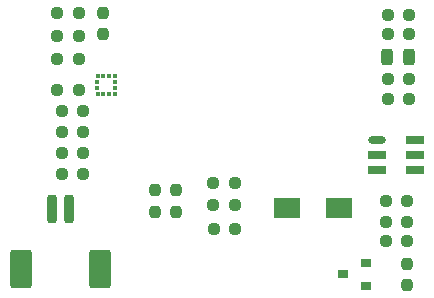
<source format=gbr>
%TF.GenerationSoftware,KiCad,Pcbnew,(6.0.4-0)*%
%TF.CreationDate,2022-04-22T16:48:50+08:00*%
%TF.ProjectId,esp32c3,65737033-3263-4332-9e6b-696361645f70,rev?*%
%TF.SameCoordinates,Original*%
%TF.FileFunction,Paste,Top*%
%TF.FilePolarity,Positive*%
%FSLAX46Y46*%
G04 Gerber Fmt 4.6, Leading zero omitted, Abs format (unit mm)*
G04 Created by KiCad (PCBNEW (6.0.4-0)) date 2022-04-22 16:48:50*
%MOMM*%
%LPD*%
G01*
G04 APERTURE LIST*
G04 Aperture macros list*
%AMRoundRect*
0 Rectangle with rounded corners*
0 $1 Rounding radius*
0 $2 $3 $4 $5 $6 $7 $8 $9 X,Y pos of 4 corners*
0 Add a 4 corners polygon primitive as box body*
4,1,4,$2,$3,$4,$5,$6,$7,$8,$9,$2,$3,0*
0 Add four circle primitives for the rounded corners*
1,1,$1+$1,$2,$3*
1,1,$1+$1,$4,$5*
1,1,$1+$1,$6,$7*
1,1,$1+$1,$8,$9*
0 Add four rect primitives between the rounded corners*
20,1,$1+$1,$2,$3,$4,$5,0*
20,1,$1+$1,$4,$5,$6,$7,0*
20,1,$1+$1,$6,$7,$8,$9,0*
20,1,$1+$1,$8,$9,$2,$3,0*%
G04 Aperture macros list end*
%ADD10RoundRect,0.237500X0.250000X0.237500X-0.250000X0.237500X-0.250000X-0.237500X0.250000X-0.237500X0*%
%ADD11R,0.900000X0.800000*%
%ADD12RoundRect,0.237500X-0.250000X-0.237500X0.250000X-0.237500X0.250000X0.237500X-0.250000X0.237500X0*%
%ADD13RoundRect,0.237500X0.237500X-0.250000X0.237500X0.250000X-0.237500X0.250000X-0.237500X-0.250000X0*%
%ADD14RoundRect,0.243750X-0.243750X-0.456250X0.243750X-0.456250X0.243750X0.456250X-0.243750X0.456250X0*%
%ADD15R,0.350000X0.375000*%
%ADD16R,0.375000X0.350000*%
%ADD17RoundRect,0.237500X-0.237500X0.250000X-0.237500X-0.250000X0.237500X-0.250000X0.237500X0.250000X0*%
%ADD18RoundRect,0.200000X0.200000X1.000000X-0.200000X1.000000X-0.200000X-1.000000X0.200000X-1.000000X0*%
%ADD19RoundRect,0.250000X0.650000X1.400000X-0.650000X1.400000X-0.650000X-1.400000X0.650000X-1.400000X0*%
%ADD20O,1.500000X0.650000*%
%ADD21R,1.500000X0.650000*%
%ADD22R,2.200000X1.700000*%
G04 APERTURE END LIST*
D10*
%TO.C,R4*%
X76604500Y-90424000D03*
X74779500Y-90424000D03*
%TD*%
D11*
%TO.C,U4*%
X73136000Y-94168000D03*
X73136000Y-92268000D03*
X71136000Y-93218000D03*
%TD*%
D12*
%TO.C,R2*%
X74929990Y-72898000D03*
X76754990Y-72898000D03*
%TD*%
D10*
%TO.C,R12*%
X49172500Y-84709000D03*
X47347500Y-84709000D03*
%TD*%
%TO.C,C5*%
X48791500Y-73025000D03*
X46966500Y-73025000D03*
%TD*%
D13*
%TO.C,R1*%
X55245000Y-87931000D03*
X55245000Y-86106000D03*
%TD*%
D12*
%TO.C,R8*%
X74929995Y-76708000D03*
X76754995Y-76708000D03*
%TD*%
D13*
%TO.C,C2*%
X50860000Y-72892500D03*
X50860000Y-71067500D03*
%TD*%
D12*
%TO.C,R7*%
X74929990Y-71247000D03*
X76754990Y-71247000D03*
%TD*%
D14*
%TO.C,D1*%
X74904990Y-74803000D03*
X76779990Y-74803000D03*
%TD*%
D12*
%TO.C,C4*%
X74779500Y-86995000D03*
X76604500Y-86995000D03*
%TD*%
D10*
%TO.C,C1*%
X48791500Y-71069987D03*
X46966500Y-71069987D03*
%TD*%
%TO.C,R11*%
X49172500Y-81153000D03*
X47347500Y-81153000D03*
%TD*%
%TO.C,R3*%
X76604500Y-88773000D03*
X74779500Y-88773000D03*
%TD*%
D12*
%TO.C,R5*%
X60174500Y-87376000D03*
X61999500Y-87376000D03*
%TD*%
D15*
%TO.C,U3*%
X50379997Y-77919496D03*
X50879997Y-77919496D03*
X51379997Y-77919496D03*
X51879997Y-77919496D03*
D16*
X51892497Y-77406996D03*
X51892497Y-76906996D03*
D15*
X51879997Y-76394496D03*
X51379997Y-76394496D03*
X50879997Y-76394496D03*
X50379997Y-76394496D03*
D16*
X50367497Y-76906996D03*
X50367497Y-77406996D03*
%TD*%
D17*
%TO.C,C7*%
X76581000Y-92305500D03*
X76581000Y-94130500D03*
%TD*%
D10*
%TO.C,R10*%
X49172500Y-79375000D03*
X47347500Y-79375000D03*
%TD*%
%TO.C,C8*%
X48791500Y-74980800D03*
X46966500Y-74980800D03*
%TD*%
D12*
%TO.C,R9*%
X74929995Y-78359000D03*
X76754995Y-78359000D03*
%TD*%
D10*
%TO.C,C6*%
X62023000Y-89408000D03*
X60198000Y-89408000D03*
%TD*%
D17*
%TO.C,C3*%
X57023000Y-86106000D03*
X57023000Y-87931000D03*
%TD*%
D10*
%TO.C,R6*%
X61999500Y-85471000D03*
X60174500Y-85471000D03*
%TD*%
%TO.C,C9*%
X48791500Y-77571600D03*
X46966500Y-77571600D03*
%TD*%
D18*
%TO.C,J1*%
X47994000Y-87674000D03*
X46494000Y-87674000D03*
D19*
X50594000Y-92724000D03*
X43894000Y-92724000D03*
%TD*%
D10*
%TO.C,R13*%
X49172500Y-82931000D03*
X47347500Y-82931000D03*
%TD*%
D20*
%TO.C,U2*%
X74016000Y-81848000D03*
D21*
X74016000Y-83118000D03*
X74016000Y-84388000D03*
X77216000Y-84388000D03*
X77216000Y-83118000D03*
X77216000Y-81848000D03*
%TD*%
D22*
%TO.C,SW1*%
X66405400Y-87604600D03*
X70805400Y-87604600D03*
%TD*%
M02*

</source>
